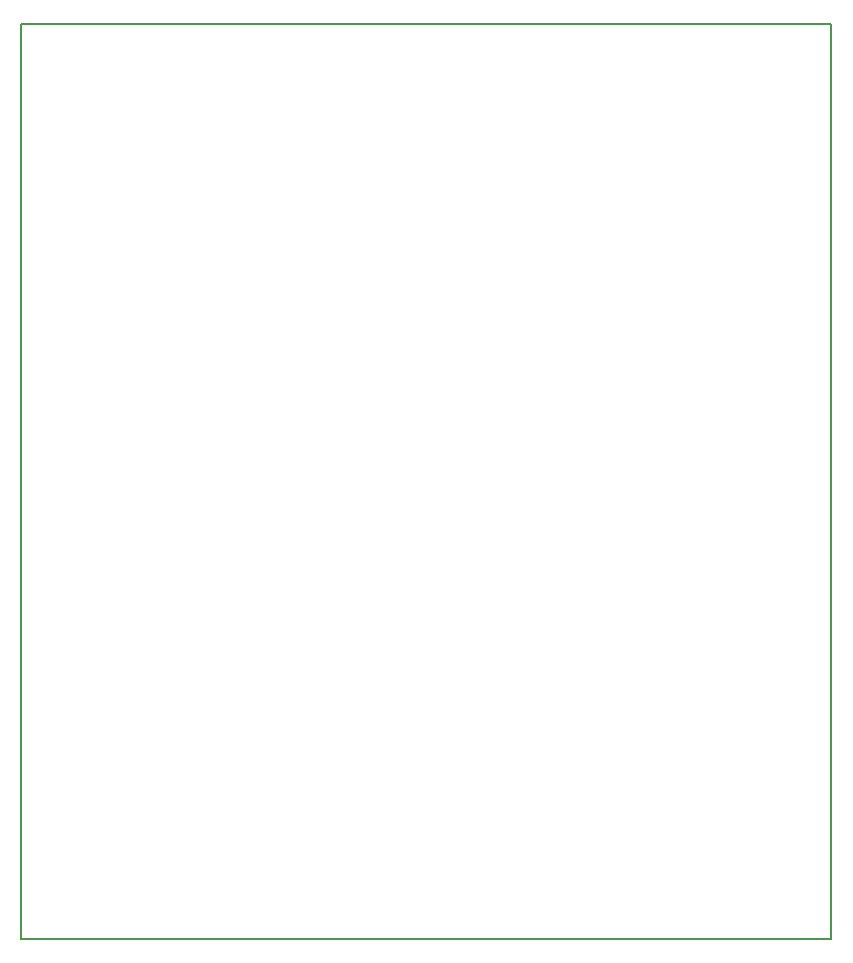
<source format=gbr>
G04 #@! TF.GenerationSoftware,KiCad,Pcbnew,(5.0.1)-rc2*
G04 #@! TF.CreationDate,2018-12-07T18:39:02-05:00*
G04 #@! TF.ProjectId,vcf,7663662E6B696361645F706362000000,rev?*
G04 #@! TF.SameCoordinates,Original*
G04 #@! TF.FileFunction,Profile,NP*
%FSLAX46Y46*%
G04 Gerber Fmt 4.6, Leading zero omitted, Abs format (unit mm)*
G04 Created by KiCad (PCBNEW (5.0.1)-rc2) date 12/7/2018 6:39:02 PM*
%MOMM*%
%LPD*%
G01*
G04 APERTURE LIST*
%ADD10C,0.200000*%
G04 APERTURE END LIST*
D10*
X146050000Y-66040000D02*
X77470000Y-66040000D01*
X146050000Y-143510000D02*
X146050000Y-66040000D01*
X77470000Y-143510000D02*
X146050000Y-143510000D01*
X77470000Y-66040000D02*
X77470000Y-143510000D01*
M02*

</source>
